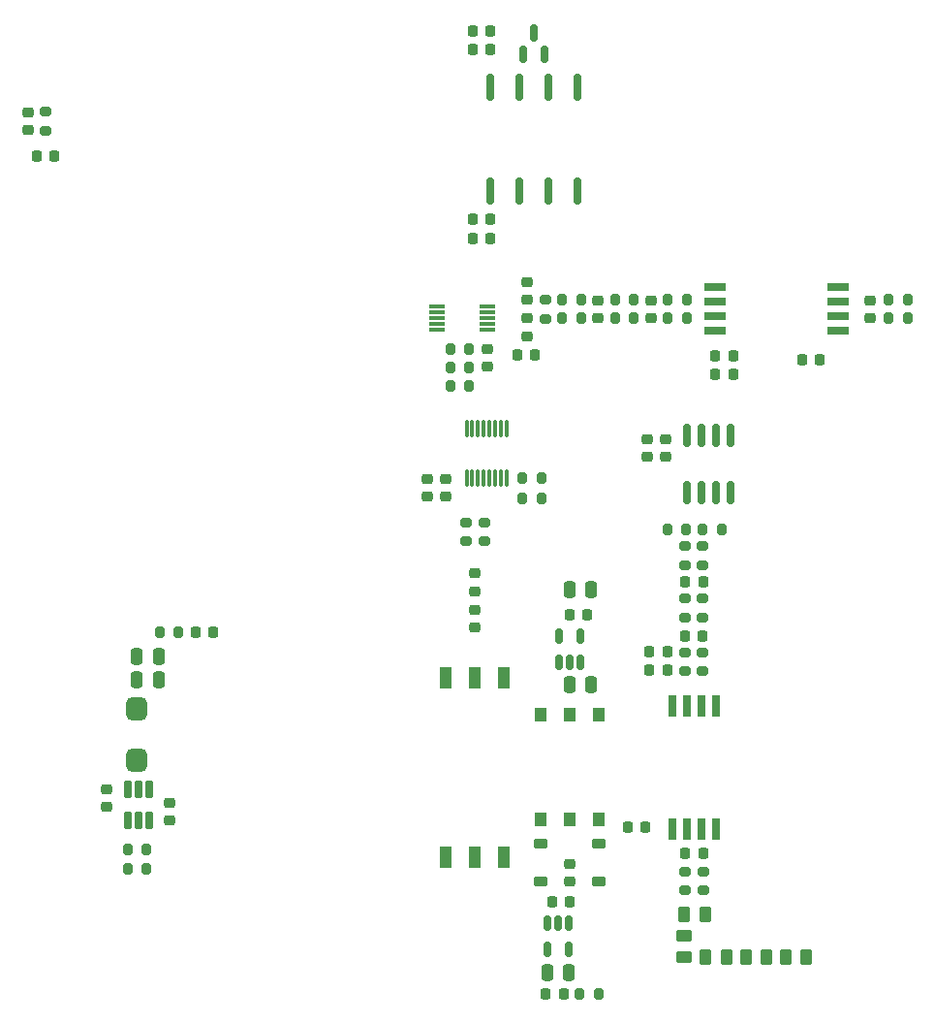
<source format=gbr>
%TF.GenerationSoftware,KiCad,Pcbnew,8.0.3*%
%TF.CreationDate,2024-06-10T17:44:00+09:00*%
%TF.ProjectId,ESP32_Master,45535033-325f-44d6-9173-7465722e6b69,rev?*%
%TF.SameCoordinates,Original*%
%TF.FileFunction,Paste,Top*%
%TF.FilePolarity,Positive*%
%FSLAX46Y46*%
G04 Gerber Fmt 4.6, Leading zero omitted, Abs format (unit mm)*
G04 Created by KiCad (PCBNEW 8.0.3) date 2024-06-10 17:44:00*
%MOMM*%
%LPD*%
G01*
G04 APERTURE LIST*
G04 Aperture macros list*
%AMRoundRect*
0 Rectangle with rounded corners*
0 $1 Rounding radius*
0 $2 $3 $4 $5 $6 $7 $8 $9 X,Y pos of 4 corners*
0 Add a 4 corners polygon primitive as box body*
4,1,4,$2,$3,$4,$5,$6,$7,$8,$9,$2,$3,0*
0 Add four circle primitives for the rounded corners*
1,1,$1+$1,$2,$3*
1,1,$1+$1,$4,$5*
1,1,$1+$1,$6,$7*
1,1,$1+$1,$8,$9*
0 Add four rect primitives between the rounded corners*
20,1,$1+$1,$2,$3,$4,$5,0*
20,1,$1+$1,$4,$5,$6,$7,0*
20,1,$1+$1,$6,$7,$8,$9,0*
20,1,$1+$1,$8,$9,$2,$3,0*%
G04 Aperture macros list end*
%ADD10RoundRect,0.200000X0.200000X0.275000X-0.200000X0.275000X-0.200000X-0.275000X0.200000X-0.275000X0*%
%ADD11RoundRect,0.200000X-0.200000X-0.275000X0.200000X-0.275000X0.200000X0.275000X-0.200000X0.275000X0*%
%ADD12RoundRect,0.218750X-0.218750X-0.256250X0.218750X-0.256250X0.218750X0.256250X-0.218750X0.256250X0*%
%ADD13RoundRect,0.250000X-0.262500X-0.450000X0.262500X-0.450000X0.262500X0.450000X-0.262500X0.450000X0*%
%ADD14RoundRect,0.162500X0.162500X-1.012500X0.162500X1.012500X-0.162500X1.012500X-0.162500X-1.012500X0*%
%ADD15RoundRect,0.250000X0.450000X-0.262500X0.450000X0.262500X-0.450000X0.262500X-0.450000X-0.262500X0*%
%ADD16RoundRect,0.225000X-0.250000X0.225000X-0.250000X-0.225000X0.250000X-0.225000X0.250000X0.225000X0*%
%ADD17RoundRect,0.225000X0.225000X0.250000X-0.225000X0.250000X-0.225000X-0.250000X0.225000X-0.250000X0*%
%ADD18RoundRect,0.250000X-0.250000X-0.475000X0.250000X-0.475000X0.250000X0.475000X-0.250000X0.475000X0*%
%ADD19RoundRect,0.200000X0.275000X-0.200000X0.275000X0.200000X-0.275000X0.200000X-0.275000X-0.200000X0*%
%ADD20RoundRect,0.150000X-0.150000X0.825000X-0.150000X-0.825000X0.150000X-0.825000X0.150000X0.825000X0*%
%ADD21RoundRect,0.225000X-0.225000X-0.250000X0.225000X-0.250000X0.225000X0.250000X-0.225000X0.250000X0*%
%ADD22RoundRect,0.200000X-0.275000X0.200000X-0.275000X-0.200000X0.275000X-0.200000X0.275000X0.200000X0*%
%ADD23RoundRect,0.225000X0.250000X-0.225000X0.250000X0.225000X-0.250000X0.225000X-0.250000X-0.225000X0*%
%ADD24RoundRect,0.250000X0.262500X0.450000X-0.262500X0.450000X-0.262500X-0.450000X0.262500X-0.450000X0*%
%ADD25RoundRect,0.075000X-0.075000X0.650000X-0.075000X-0.650000X0.075000X-0.650000X0.075000X0.650000X0*%
%ADD26RoundRect,0.225000X0.375000X-0.225000X0.375000X0.225000X-0.375000X0.225000X-0.375000X-0.225000X0*%
%ADD27R,0.640000X1.905000*%
%ADD28RoundRect,0.150000X0.150000X-0.512500X0.150000X0.512500X-0.150000X0.512500X-0.150000X-0.512500X0*%
%ADD29RoundRect,0.150000X-0.150000X0.512500X-0.150000X-0.512500X0.150000X-0.512500X0.150000X0.512500X0*%
%ADD30R,1.020000X1.950000*%
%ADD31R,1.100000X1.300000*%
%ADD32RoundRect,0.150000X0.150000X-0.587500X0.150000X0.587500X-0.150000X0.587500X-0.150000X-0.587500X0*%
%ADD33RoundRect,0.218750X0.218750X0.256250X-0.218750X0.256250X-0.218750X-0.256250X0.218750X-0.256250X0*%
%ADD34RoundRect,0.250000X0.250000X0.475000X-0.250000X0.475000X-0.250000X-0.475000X0.250000X-0.475000X0*%
%ADD35RoundRect,0.450000X0.450000X-0.550000X0.450000X0.550000X-0.450000X0.550000X-0.450000X-0.550000X0*%
%ADD36R,1.905000X0.640000*%
%ADD37RoundRect,0.162500X-0.162500X0.617500X-0.162500X-0.617500X0.162500X-0.617500X0.162500X0.617500X0*%
%ADD38R,1.400000X0.300000*%
G04 APERTURE END LIST*
D10*
%TO.C,R17*%
X131725000Y-88300000D03*
X130075000Y-88300000D03*
%TD*%
D11*
%TO.C,R47*%
X98075000Y-103800000D03*
X99725000Y-103800000D03*
%TD*%
D12*
%TO.C,D3*%
X100097500Y-148900000D03*
X101672500Y-148900000D03*
%TD*%
D13*
%TO.C,R15*%
X112237500Y-141900000D03*
X114062500Y-141900000D03*
%TD*%
D14*
%TO.C,U10*%
X95300000Y-78750000D03*
X97840000Y-78750000D03*
X100380000Y-78750000D03*
X102920000Y-78750000D03*
X102920000Y-69700000D03*
X100380000Y-69700000D03*
X97840000Y-69700000D03*
X95300000Y-69700000D03*
%TD*%
D15*
%TO.C,R14*%
X112200000Y-145650000D03*
X112200000Y-143825000D03*
%TD*%
D16*
%TO.C,C19*%
X98480000Y-86725000D03*
X98480000Y-88275000D03*
%TD*%
%TO.C,C16*%
X104695000Y-88325000D03*
X104695000Y-89875000D03*
%TD*%
D17*
%TO.C,C12*%
X110730000Y-119000000D03*
X109180000Y-119000000D03*
%TD*%
D18*
%TO.C,C13*%
X102200000Y-121900000D03*
X104100000Y-121900000D03*
%TD*%
D17*
%TO.C,C29*%
X95300000Y-81200000D03*
X93750000Y-81200000D03*
%TD*%
D19*
%TO.C,R27*%
X112305000Y-116025000D03*
X112305000Y-114375000D03*
%TD*%
D17*
%TO.C,C15*%
X113830000Y-117600000D03*
X112280000Y-117600000D03*
%TD*%
D20*
%TO.C,U5*%
X116265000Y-100145000D03*
X114995000Y-100145000D03*
X113725000Y-100145000D03*
X112455000Y-100145000D03*
X112455000Y-105095000D03*
X113725000Y-105095000D03*
X114995000Y-105095000D03*
X116265000Y-105095000D03*
%TD*%
D19*
%TO.C,R45*%
X94750000Y-109365000D03*
X94750000Y-107715000D03*
%TD*%
D21*
%TO.C,C7*%
X112325000Y-136600000D03*
X113875000Y-136600000D03*
%TD*%
D19*
%TO.C,R26*%
X113855000Y-116025000D03*
X113855000Y-114375000D03*
%TD*%
D22*
%TO.C,R22*%
X113855000Y-119075000D03*
X113855000Y-120725000D03*
%TD*%
D21*
%TO.C,C31*%
X93750000Y-66400000D03*
X95300000Y-66400000D03*
%TD*%
%TO.C,C33*%
X55625000Y-75725000D03*
X57175000Y-75725000D03*
%TD*%
%TO.C,C25*%
X102200000Y-115800000D03*
X103750000Y-115800000D03*
%TD*%
D11*
%TO.C,R21*%
X110770000Y-89900000D03*
X112420000Y-89900000D03*
%TD*%
D23*
%TO.C,C4*%
X128500000Y-89875000D03*
X128500000Y-88325000D03*
%TD*%
D18*
%TO.C,C27*%
X102200000Y-113550000D03*
X104100000Y-113550000D03*
%TD*%
D24*
%TO.C,R12*%
X115912500Y-145650000D03*
X114087500Y-145650000D03*
%TD*%
D25*
%TO.C,U9*%
X96700000Y-99540000D03*
X96200000Y-99540000D03*
X95700000Y-99540000D03*
X95200000Y-99540000D03*
X94700000Y-99540000D03*
X94200000Y-99540000D03*
X93700000Y-99540000D03*
X93200000Y-99540000D03*
X93200000Y-103840000D03*
X93700000Y-103840000D03*
X94200000Y-103840000D03*
X94700000Y-103840000D03*
X95200000Y-103840000D03*
X95700000Y-103840000D03*
X96200000Y-103840000D03*
X96700000Y-103840000D03*
%TD*%
D26*
%TO.C,D5*%
X104730000Y-139050000D03*
X104730000Y-135750000D03*
%TD*%
D11*
%TO.C,R30*%
X101570000Y-88300000D03*
X103220000Y-88300000D03*
%TD*%
D17*
%TO.C,C2*%
X102200000Y-140800000D03*
X100650000Y-140800000D03*
%TD*%
D10*
%TO.C,R35*%
X93425000Y-92600000D03*
X91775000Y-92600000D03*
%TD*%
D19*
%TO.C,R28*%
X113855000Y-111425000D03*
X113855000Y-109775000D03*
%TD*%
D10*
%TO.C,R48*%
X93425000Y-95800000D03*
X91775000Y-95800000D03*
%TD*%
D27*
%TO.C,U3*%
X111195000Y-134447500D03*
X112465000Y-134447500D03*
X113735000Y-134447500D03*
X115005000Y-134447500D03*
X115005000Y-123752500D03*
X113735000Y-123752500D03*
X112465000Y-123752500D03*
X111195000Y-123752500D03*
%TD*%
D18*
%TO.C,C24*%
X64400000Y-121490000D03*
X66300000Y-121490000D03*
%TD*%
D28*
%TO.C,U4*%
X101250000Y-119927500D03*
X102200000Y-119927500D03*
X103150000Y-119927500D03*
X103150000Y-117652500D03*
X101250000Y-117652500D03*
%TD*%
D10*
%TO.C,R25*%
X107820000Y-89900000D03*
X106170000Y-89900000D03*
%TD*%
D29*
%TO.C,U1*%
X102165000Y-142737500D03*
X101215000Y-142737500D03*
X100265000Y-142737500D03*
X100265000Y-145012500D03*
X102165000Y-145012500D03*
%TD*%
D19*
%TO.C,R19*%
X112300000Y-139825000D03*
X112300000Y-138175000D03*
%TD*%
D17*
%TO.C,C18*%
X99175000Y-93050000D03*
X97625000Y-93050000D03*
%TD*%
%TO.C,C17*%
X113880000Y-112900000D03*
X112330000Y-112900000D03*
%TD*%
D23*
%TO.C,C32*%
X54850000Y-73450000D03*
X54850000Y-71900000D03*
%TD*%
D22*
%TO.C,R43*%
X56400000Y-71850000D03*
X56400000Y-73500000D03*
%TD*%
%TO.C,R18*%
X113900000Y-138175000D03*
X113900000Y-139825000D03*
%TD*%
D11*
%TO.C,R38*%
X63587500Y-136270000D03*
X65237500Y-136270000D03*
%TD*%
D10*
%TO.C,R24*%
X107820000Y-88300000D03*
X106170000Y-88300000D03*
%TD*%
D30*
%TO.C,TR2*%
X96490000Y-121280000D03*
X93950000Y-121280000D03*
X91410000Y-121280000D03*
X96490000Y-136920000D03*
X93950000Y-136920000D03*
X91410000Y-136920000D03*
%TD*%
D31*
%TO.C,TR1*%
X104730000Y-124510000D03*
X102190000Y-124510000D03*
X99650000Y-124510000D03*
X99650000Y-133650000D03*
X102190000Y-133650000D03*
X104730000Y-133650000D03*
%TD*%
D22*
%TO.C,R23*%
X112305000Y-119075000D03*
X112305000Y-120725000D03*
%TD*%
D23*
%TO.C,C26*%
X102190000Y-139050000D03*
X102190000Y-137500000D03*
%TD*%
D17*
%TO.C,C6*%
X108850000Y-134300000D03*
X107300000Y-134300000D03*
%TD*%
D18*
%TO.C,C10*%
X64400000Y-119390000D03*
X66300000Y-119390000D03*
%TD*%
D16*
%TO.C,C14*%
X109295000Y-88325000D03*
X109295000Y-89875000D03*
%TD*%
D17*
%TO.C,C22*%
X95300000Y-82900000D03*
X93750000Y-82900000D03*
%TD*%
D23*
%TO.C,C34*%
X93950000Y-116915000D03*
X93950000Y-115365000D03*
%TD*%
D32*
%TO.C,D2*%
X98150000Y-66837500D03*
X100050000Y-66837500D03*
X99100000Y-64962500D03*
%TD*%
D17*
%TO.C,C5*%
X124075000Y-93500000D03*
X122525000Y-93500000D03*
%TD*%
D23*
%TO.C,C35*%
X93950000Y-113715000D03*
X93950000Y-112165000D03*
%TD*%
D10*
%TO.C,R36*%
X93425000Y-94200000D03*
X91775000Y-94200000D03*
%TD*%
D33*
%TO.C,D1*%
X71087500Y-117290000D03*
X69512500Y-117290000D03*
%TD*%
D24*
%TO.C,R11*%
X119412500Y-145650000D03*
X117587500Y-145650000D03*
%TD*%
D10*
%TO.C,R1*%
X68025000Y-117290000D03*
X66375000Y-117290000D03*
%TD*%
D34*
%TO.C,C1*%
X102165000Y-147025000D03*
X100265000Y-147025000D03*
%TD*%
D35*
%TO.C,L1*%
X64400000Y-128490000D03*
X64400000Y-123990000D03*
%TD*%
D11*
%TO.C,R34*%
X113830000Y-108300000D03*
X115480000Y-108300000D03*
%TD*%
D22*
%TO.C,R32*%
X100100000Y-88275000D03*
X100100000Y-89925000D03*
%TD*%
D26*
%TO.C,D4*%
X99650000Y-139050000D03*
X99650000Y-135750000D03*
%TD*%
D16*
%TO.C,C71*%
X109000000Y-100425000D03*
X109000000Y-101975000D03*
%TD*%
D10*
%TO.C,R33*%
X112380000Y-108300000D03*
X110730000Y-108300000D03*
%TD*%
D23*
%TO.C,C20*%
X98500000Y-91450000D03*
X98500000Y-89900000D03*
%TD*%
D36*
%TO.C,U2*%
X125647500Y-91005000D03*
X125647500Y-89735000D03*
X125647500Y-88465000D03*
X125647500Y-87195000D03*
X114952500Y-87195000D03*
X114952500Y-88465000D03*
X114952500Y-89735000D03*
X114952500Y-91005000D03*
%TD*%
D19*
%TO.C,R29*%
X112305000Y-111425000D03*
X112305000Y-109775000D03*
%TD*%
D22*
%TO.C,R46*%
X93150000Y-107715000D03*
X93150000Y-109365000D03*
%TD*%
D16*
%TO.C,C28*%
X67222500Y-132195000D03*
X67222500Y-133745000D03*
%TD*%
D24*
%TO.C,R9*%
X122912500Y-145650000D03*
X121087500Y-145650000D03*
%TD*%
D37*
%TO.C,U7*%
X65502500Y-131020000D03*
X64552500Y-131020000D03*
X63602500Y-131020000D03*
X63602500Y-133720000D03*
X64552500Y-133720000D03*
X65502500Y-133720000D03*
%TD*%
D11*
%TO.C,R10*%
X103100000Y-148900000D03*
X104750000Y-148900000D03*
%TD*%
D10*
%TO.C,R16*%
X131725000Y-89900000D03*
X130075000Y-89900000D03*
%TD*%
D23*
%TO.C,C23*%
X110600000Y-101975000D03*
X110600000Y-100425000D03*
%TD*%
D10*
%TO.C,R44*%
X99725000Y-105600000D03*
X98075000Y-105600000D03*
%TD*%
D21*
%TO.C,C8*%
X114950000Y-93200000D03*
X116500000Y-93200000D03*
%TD*%
D38*
%TO.C,U6*%
X90600000Y-88875000D03*
X90600000Y-89375000D03*
X90600000Y-89875000D03*
X90600000Y-90375000D03*
X90600000Y-90875000D03*
X95000000Y-90875000D03*
X95000000Y-90375000D03*
X95000000Y-89875000D03*
X95000000Y-89375000D03*
X95000000Y-88875000D03*
%TD*%
D11*
%TO.C,R20*%
X110770000Y-88300000D03*
X112420000Y-88300000D03*
%TD*%
D16*
%TO.C,C3*%
X61732500Y-131010000D03*
X61732500Y-132560000D03*
%TD*%
D21*
%TO.C,C11*%
X114950000Y-94800000D03*
X116500000Y-94800000D03*
%TD*%
D17*
%TO.C,C30*%
X95300000Y-64800000D03*
X93750000Y-64800000D03*
%TD*%
D11*
%TO.C,R31*%
X101570000Y-89900000D03*
X103220000Y-89900000D03*
%TD*%
D16*
%TO.C,C37*%
X91400000Y-103900000D03*
X91400000Y-105450000D03*
%TD*%
D23*
%TO.C,C21*%
X95000000Y-94125000D03*
X95000000Y-92575000D03*
%TD*%
D11*
%TO.C,R37*%
X63587500Y-137970000D03*
X65237500Y-137970000D03*
%TD*%
D23*
%TO.C,C36*%
X89800000Y-105450000D03*
X89800000Y-103900000D03*
%TD*%
D17*
%TO.C,C9*%
X110730000Y-120600000D03*
X109180000Y-120600000D03*
%TD*%
M02*

</source>
